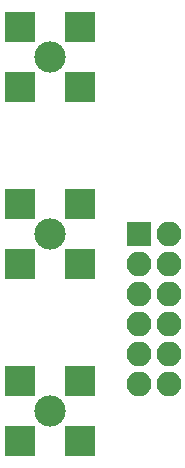
<source format=gbr>
G04 #@! TF.GenerationSoftware,KiCad,Pcbnew,(5.0.0-3-g5ebb6b6)*
G04 #@! TF.CreationDate,2020-07-14T15:02:59-04:00*
G04 #@! TF.ProjectId,Project,50726F6A6563742E6B696361645F7063,rev?*
G04 #@! TF.SameCoordinates,Original*
G04 #@! TF.FileFunction,Soldermask,Top*
G04 #@! TF.FilePolarity,Negative*
%FSLAX46Y46*%
G04 Gerber Fmt 4.6, Leading zero omitted, Abs format (unit mm)*
G04 Created by KiCad (PCBNEW (5.0.0-3-g5ebb6b6)) date Tuesday, July 14, 2020 at 03:02:59 PM*
%MOMM*%
%LPD*%
G01*
G04 APERTURE LIST*
%ADD10R,2.100000X2.100000*%
%ADD11O,2.100000X2.100000*%
%ADD12C,2.650000*%
%ADD13R,2.650000X2.650000*%
G04 APERTURE END LIST*
D10*
G04 #@! TO.C,J1*
X100000000Y-100000000D03*
D11*
X102540000Y-100000000D03*
X100000000Y-102540000D03*
X102540000Y-102540000D03*
X100000000Y-105080000D03*
X102540000Y-105080000D03*
X100000000Y-107620000D03*
X102540000Y-107620000D03*
X100000000Y-110160000D03*
X102540000Y-110160000D03*
X100000000Y-112700000D03*
X102540000Y-112700000D03*
G04 #@! TD*
D12*
G04 #@! TO.C,SIG1*
X92500000Y-85000000D03*
D13*
X95040000Y-82460000D03*
X89960000Y-82460000D03*
X89960000Y-87540000D03*
X95040000Y-87540000D03*
G04 #@! TD*
D12*
G04 #@! TO.C,SIG2*
X92500000Y-115000000D03*
D13*
X95040000Y-112460000D03*
X89960000Y-112460000D03*
X89960000Y-117540000D03*
X95040000Y-117540000D03*
G04 #@! TD*
G04 #@! TO.C,SIG3*
X95040000Y-102540000D03*
X89960000Y-102540000D03*
X89960000Y-97460000D03*
X95040000Y-97460000D03*
D12*
X92500000Y-100000000D03*
G04 #@! TD*
M02*

</source>
